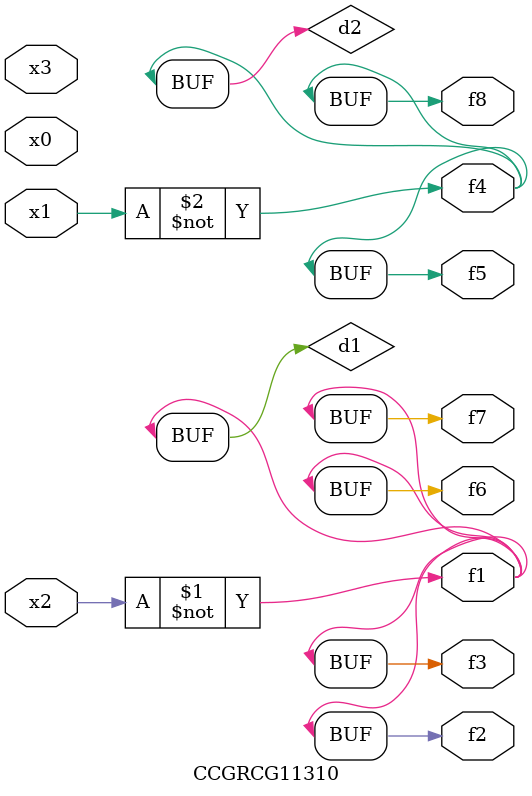
<source format=v>
module CCGRCG11310(
	input x0, x1, x2, x3,
	output f1, f2, f3, f4, f5, f6, f7, f8
);

	wire d1, d2;

	xnor (d1, x2);
	not (d2, x1);
	assign f1 = d1;
	assign f2 = d1;
	assign f3 = d1;
	assign f4 = d2;
	assign f5 = d2;
	assign f6 = d1;
	assign f7 = d1;
	assign f8 = d2;
endmodule

</source>
